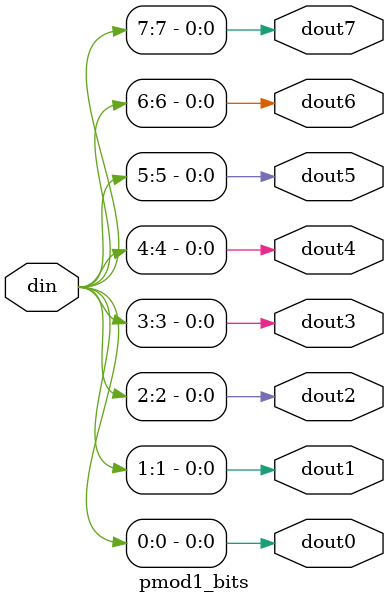
<source format=v>
`timescale 1ns / 1ps
module pmod1_bits(
    input	[7:0]	din		,
    output			dout0	,
    output 			dout1	,
    output 			dout2	,
    output 			dout3	,
    output			dout4	,
    output 			dout5	,
    output 			dout6	,
    output 			dout7
    );

assign dout0 = din[0];
assign dout1 = din[1];
assign dout2 = din[2];
assign dout3 = din[3];
assign dout4 = din[4];
assign dout5 = din[5];
assign dout6 = din[6];
assign dout7 = din[7];

endmodule

</source>
